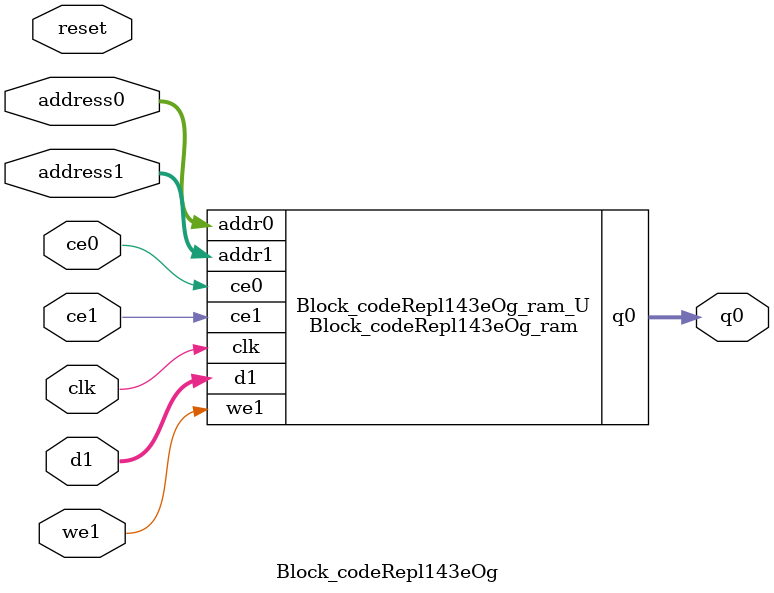
<source format=v>
`timescale 1 ns / 1 ps
module Block_codeRepl143eOg_ram (addr0, ce0, q0, addr1, ce1, d1, we1,  clk);

parameter DWIDTH = 8;
parameter AWIDTH = 2;
parameter MEM_SIZE = 3;

input[AWIDTH-1:0] addr0;
input ce0;
output reg[DWIDTH-1:0] q0;
input[AWIDTH-1:0] addr1;
input ce1;
input[DWIDTH-1:0] d1;
input we1;
input clk;

(* ram_style = "distributed" *)reg [DWIDTH-1:0] ram[0:MEM_SIZE-1];




always @(posedge clk)  
begin 
    if (ce0) begin
        q0 <= ram[addr0];
    end
end


always @(posedge clk)  
begin 
    if (ce1) begin
        if (we1) 
            ram[addr1] <= d1; 
    end
end


endmodule

`timescale 1 ns / 1 ps
module Block_codeRepl143eOg(
    reset,
    clk,
    address0,
    ce0,
    q0,
    address1,
    ce1,
    we1,
    d1);

parameter DataWidth = 32'd8;
parameter AddressRange = 32'd3;
parameter AddressWidth = 32'd2;
input reset;
input clk;
input[AddressWidth - 1:0] address0;
input ce0;
output[DataWidth - 1:0] q0;
input[AddressWidth - 1:0] address1;
input ce1;
input we1;
input[DataWidth - 1:0] d1;



Block_codeRepl143eOg_ram Block_codeRepl143eOg_ram_U(
    .clk( clk ),
    .addr0( address0 ),
    .ce0( ce0 ),
    .q0( q0 ),
    .addr1( address1 ),
    .ce1( ce1 ),
    .we1( we1 ),
    .d1( d1 ));

endmodule


</source>
